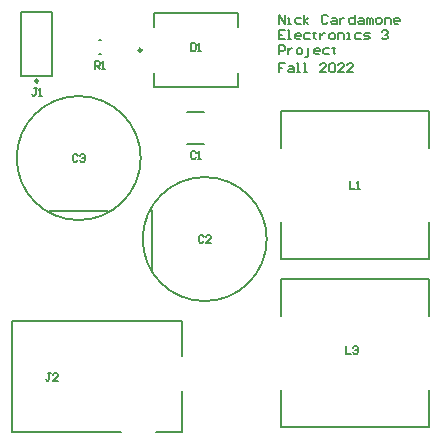
<source format=gto>
G04*
G04 #@! TF.GenerationSoftware,Altium Limited,Altium Designer,22.3.1 (43)*
G04*
G04 Layer_Color=65535*
%FSLAX25Y25*%
%MOIN*%
G70*
G04*
G04 #@! TF.SameCoordinates,6ADC0360-3E08-4B8B-B3B3-E68A1261090F*
G04*
G04*
G04 #@! TF.FilePolarity,Positive*
G04*
G01*
G75*
%ADD10C,0.00591*%
%ADD11C,0.00984*%
%ADD12C,0.00787*%
%ADD13C,0.00600*%
%ADD14C,0.00500*%
D10*
X-104331Y96000D02*
G03*
X-104331Y96000I-20669J0D01*
G01*
X-62331Y69000D02*
G03*
X-62331Y69000I-20669J0D01*
G01*
D11*
X-104012Y132000D02*
G03*
X-104012Y132000I-492J0D01*
G01*
X-138508Y121697D02*
G03*
X-138508Y121697I-492J0D01*
G01*
D12*
X-8394Y6394D02*
Y18795D01*
X-57606Y6394D02*
Y18795D01*
X-8394Y43205D02*
Y55606D01*
X-57606Y43205D02*
Y55606D01*
Y6394D02*
X-8394D01*
X-57606Y55606D02*
X-8394D01*
X-118394Y130539D02*
X-117606D01*
X-118394Y135461D02*
X-117606D01*
X-134843Y78382D02*
X-115157D01*
X-99996Y144244D02*
X-72004D01*
Y119756D02*
Y124224D01*
Y139776D02*
Y144244D01*
X-99996Y119756D02*
X-72004D01*
X-99996D02*
Y124224D01*
Y139776D02*
Y144244D01*
X-147346Y4610D02*
Y41618D01*
Y4610D02*
X-110831D01*
X-99216D02*
X-90653D01*
Y18488D01*
X-147346Y41618D02*
X-93311D01*
X-90653D01*
Y29906D02*
Y41618D01*
X-88854Y111315D02*
X-83146D01*
X-88854Y100685D02*
X-83146D01*
X-100618Y59157D02*
Y78843D01*
X-144256Y123252D02*
X-133744D01*
Y144748D01*
X-144256D02*
X-133744D01*
X-144256Y123252D02*
Y144748D01*
X-8394Y62394D02*
Y74795D01*
X-57606Y62394D02*
Y74795D01*
X-8394Y99205D02*
Y111606D01*
X-57606Y99205D02*
Y111606D01*
Y62394D02*
X-8394D01*
X-57606Y111606D02*
X-8394D01*
D13*
X-58400Y140716D02*
Y143715D01*
X-56401Y140716D01*
Y143715D01*
X-55401Y140716D02*
X-54401D01*
X-54901D01*
Y142716D01*
X-55401D01*
X-50902D02*
X-52402D01*
X-52902Y142216D01*
Y141216D01*
X-52402Y140716D01*
X-50902D01*
X-49903D02*
Y143715D01*
Y141716D02*
X-48403Y142716D01*
X-49903Y141716D02*
X-48403Y140716D01*
X-41905Y143215D02*
X-42405Y143715D01*
X-43405D01*
X-43905Y143215D01*
Y141216D01*
X-43405Y140716D01*
X-42405D01*
X-41905Y141216D01*
X-40406Y142716D02*
X-39406D01*
X-38906Y142216D01*
Y140716D01*
X-40406D01*
X-40906Y141216D01*
X-40406Y141716D01*
X-38906D01*
X-37907Y142716D02*
Y140716D01*
Y141716D01*
X-37407Y142216D01*
X-36907Y142716D01*
X-36407D01*
X-32908Y143715D02*
Y140716D01*
X-34408D01*
X-34908Y141216D01*
Y142216D01*
X-34408Y142716D01*
X-32908D01*
X-31409D02*
X-30409D01*
X-29909Y142216D01*
Y140716D01*
X-31409D01*
X-31909Y141216D01*
X-31409Y141716D01*
X-29909D01*
X-28910Y140716D02*
Y142716D01*
X-28410D01*
X-27910Y142216D01*
Y140716D01*
Y142216D01*
X-27410Y142716D01*
X-26910Y142216D01*
Y140716D01*
X-25411D02*
X-24411D01*
X-23911Y141216D01*
Y142216D01*
X-24411Y142716D01*
X-25411D01*
X-25910Y142216D01*
Y141216D01*
X-25411Y140716D01*
X-22911D02*
Y142716D01*
X-21412D01*
X-20912Y142216D01*
Y140716D01*
X-18413D02*
X-19413D01*
X-19913Y141216D01*
Y142216D01*
X-19413Y142716D01*
X-18413D01*
X-17913Y142216D01*
Y141716D01*
X-19913D01*
X-56401Y138676D02*
X-58400D01*
Y135677D01*
X-56401D01*
X-58400Y137177D02*
X-57400D01*
X-55401Y135677D02*
X-54401D01*
X-54901D01*
Y138676D01*
X-55401D01*
X-51402Y135677D02*
X-52402D01*
X-52902Y136177D01*
Y137177D01*
X-52402Y137677D01*
X-51402D01*
X-50902Y137177D01*
Y136677D01*
X-52902D01*
X-47903Y137677D02*
X-49403D01*
X-49903Y137177D01*
Y136177D01*
X-49403Y135677D01*
X-47903D01*
X-46404Y138177D02*
Y137677D01*
X-46904D01*
X-45904D01*
X-46404D01*
Y136177D01*
X-45904Y135677D01*
X-44405Y137677D02*
Y135677D01*
Y136677D01*
X-43905Y137177D01*
X-43405Y137677D01*
X-42905D01*
X-40906Y135677D02*
X-39906D01*
X-39406Y136177D01*
Y137177D01*
X-39906Y137677D01*
X-40906D01*
X-41405Y137177D01*
Y136177D01*
X-40906Y135677D01*
X-38407D02*
Y137677D01*
X-36907D01*
X-36407Y137177D01*
Y135677D01*
X-35407D02*
X-34408D01*
X-34908D01*
Y137677D01*
X-35407D01*
X-30909D02*
X-32408D01*
X-32908Y137177D01*
Y136177D01*
X-32408Y135677D01*
X-30909D01*
X-29909D02*
X-28410D01*
X-27910Y136177D01*
X-28410Y136677D01*
X-29409D01*
X-29909Y137177D01*
X-29409Y137677D01*
X-27910D01*
X-23911Y138177D02*
X-23411Y138676D01*
X-22412D01*
X-21912Y138177D01*
Y137677D01*
X-22412Y137177D01*
X-22911D01*
X-22412D01*
X-21912Y136677D01*
Y136177D01*
X-22412Y135677D01*
X-23411D01*
X-23911Y136177D01*
X-58400Y130639D02*
Y133638D01*
X-56901D01*
X-56401Y133138D01*
Y132138D01*
X-56901Y131638D01*
X-58400D01*
X-55401Y132638D02*
Y130639D01*
Y131638D01*
X-54901Y132138D01*
X-54401Y132638D01*
X-53901D01*
X-51902Y130639D02*
X-50902D01*
X-50403Y131138D01*
Y132138D01*
X-50902Y132638D01*
X-51902D01*
X-52402Y132138D01*
Y131138D01*
X-51902Y130639D01*
X-49403Y129639D02*
X-48903D01*
X-48403Y130139D01*
Y132638D01*
X-44904Y130639D02*
X-45904D01*
X-46404Y131138D01*
Y132138D01*
X-45904Y132638D01*
X-44904D01*
X-44405Y132138D01*
Y131638D01*
X-46404D01*
X-41405Y132638D02*
X-42905D01*
X-43405Y132138D01*
Y131138D01*
X-42905Y130639D01*
X-41405D01*
X-39906Y133138D02*
Y132638D01*
X-40406D01*
X-39406D01*
X-39906D01*
Y131138D01*
X-39406Y130639D01*
X-56401Y127599D02*
X-58400D01*
Y126100D01*
X-57400D01*
X-58400D01*
Y124600D01*
X-54901Y126599D02*
X-53901D01*
X-53402Y126100D01*
Y124600D01*
X-54901D01*
X-55401Y125100D01*
X-54901Y125600D01*
X-53402D01*
X-52402Y124600D02*
X-51402D01*
X-51902D01*
Y127599D01*
X-52402D01*
X-49903Y124600D02*
X-48903D01*
X-49403D01*
Y127599D01*
X-49903D01*
X-42405Y124600D02*
X-44405D01*
X-42405Y126599D01*
Y127099D01*
X-42905Y127599D01*
X-43905D01*
X-44405Y127099D01*
X-41405D02*
X-40906Y127599D01*
X-39906D01*
X-39406Y127099D01*
Y125100D01*
X-39906Y124600D01*
X-40906D01*
X-41405Y125100D01*
Y127099D01*
X-36407Y124600D02*
X-38407D01*
X-36407Y126599D01*
Y127099D01*
X-36907Y127599D01*
X-37907D01*
X-38407Y127099D01*
X-33408Y124600D02*
X-35407D01*
X-33408Y126599D01*
Y127099D01*
X-33908Y127599D01*
X-34908D01*
X-35407Y127099D01*
D14*
X-35999Y33200D02*
Y30800D01*
X-34400D01*
X-33600Y32800D02*
X-33200Y33200D01*
X-32401D01*
X-32001Y32800D01*
Y32400D01*
X-32401Y32000D01*
X-32800D01*
X-32401D01*
X-32001Y31600D01*
Y31200D01*
X-32401Y30800D01*
X-33200D01*
X-33600Y31200D01*
X-119599Y125800D02*
Y128200D01*
X-118400D01*
X-118000Y127800D01*
Y127000D01*
X-118400Y126600D01*
X-119599D01*
X-118800D02*
X-118000Y125800D01*
X-117200D02*
X-116401D01*
X-116800D01*
Y128200D01*
X-117200Y127800D01*
X-125400Y96800D02*
X-125800Y97200D01*
X-126600D01*
X-126999Y96800D01*
Y95200D01*
X-126600Y94800D01*
X-125800D01*
X-125400Y95200D01*
X-124600Y96800D02*
X-124200Y97200D01*
X-123400D01*
X-123001Y96800D01*
Y96400D01*
X-123400Y96000D01*
X-123800D01*
X-123400D01*
X-123001Y95600D01*
Y95200D01*
X-123400Y94800D01*
X-124200D01*
X-124600Y95200D01*
X-87599Y134200D02*
Y131800D01*
X-86400D01*
X-86000Y132200D01*
Y133800D01*
X-86400Y134200D01*
X-87599D01*
X-85200Y131800D02*
X-84400D01*
X-84800D01*
Y134200D01*
X-85200Y133800D01*
X-134400Y24200D02*
X-135200D01*
X-134800D01*
Y22200D01*
X-135200Y21800D01*
X-135600D01*
X-135999Y22200D01*
X-132001Y21800D02*
X-133600D01*
X-132001Y23400D01*
Y23800D01*
X-132401Y24200D01*
X-133200D01*
X-133600Y23800D01*
X-86000Y97800D02*
X-86400Y98200D01*
X-87200D01*
X-87599Y97800D01*
Y96200D01*
X-87200Y95800D01*
X-86400D01*
X-86000Y96200D01*
X-85200Y95800D02*
X-84400D01*
X-84800D01*
Y98200D01*
X-85200Y97800D01*
X-83400Y69800D02*
X-83800Y70200D01*
X-84600D01*
X-84999Y69800D01*
Y68200D01*
X-84600Y67800D01*
X-83800D01*
X-83400Y68200D01*
X-81001Y67800D02*
X-82600D01*
X-81001Y69400D01*
Y69800D01*
X-81401Y70200D01*
X-82200D01*
X-82600Y69800D01*
X-139000Y119200D02*
X-139800D01*
X-139400D01*
Y117200D01*
X-139800Y116800D01*
X-140200D01*
X-140600Y117200D01*
X-138200Y116800D02*
X-137400D01*
X-137800D01*
Y119200D01*
X-138200Y118800D01*
X-34600Y88200D02*
Y85800D01*
X-33000D01*
X-32200D02*
X-31400D01*
X-31800D01*
Y88200D01*
X-32200Y87800D01*
M02*

</source>
